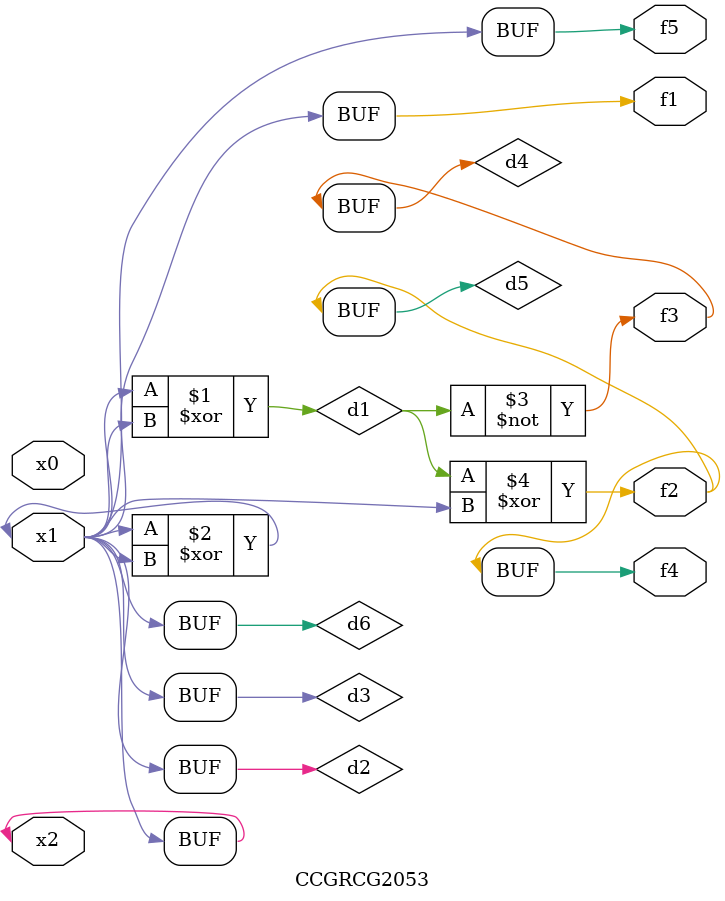
<source format=v>
module CCGRCG2053(
	input x0, x1, x2,
	output f1, f2, f3, f4, f5
);

	wire d1, d2, d3, d4, d5, d6;

	xor (d1, x1, x2);
	buf (d2, x1, x2);
	xor (d3, x1, x2);
	nor (d4, d1);
	xor (d5, d1, d2);
	buf (d6, d2, d3);
	assign f1 = d6;
	assign f2 = d5;
	assign f3 = d4;
	assign f4 = d5;
	assign f5 = d6;
endmodule

</source>
